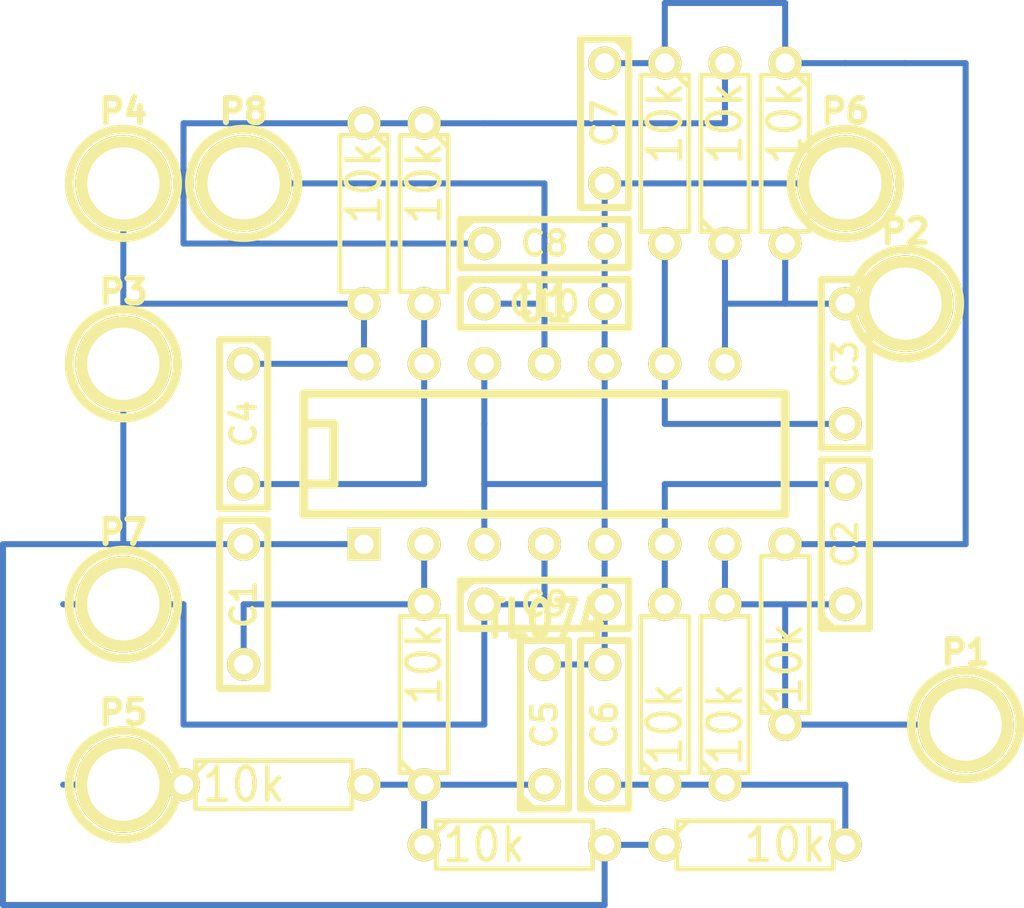
<source format=kicad_pcb>
(kicad_pcb (version 3) (host pcbnew "(2013-07-07 BZR 4022)-stable")

  (general
    (links 50)
    (no_connects 2)
    (area 0 0 0 0)
    (thickness 1.6)
    (drawings 0)
    (tracks 87)
    (zones 0)
    (modules 31)
    (nets 17)
  )

  (page A3)
  (layers
    (15 F.Cu signal)
    (0 B.Cu signal)
    (16 B.Adhes user)
    (17 F.Adhes user)
    (18 B.Paste user)
    (19 F.Paste user)
    (20 B.SilkS user)
    (21 F.SilkS user)
    (22 B.Mask user)
    (23 F.Mask user)
    (24 Dwgs.User user)
    (25 Cmts.User user)
    (26 Eco1.User user)
    (27 Eco2.User user)
    (28 Edge.Cuts user)
  )

  (setup
    (last_trace_width 0.254)
    (trace_clearance 0.254)
    (zone_clearance 0.508)
    (zone_45_only no)
    (trace_min 0.254)
    (segment_width 0.2)
    (edge_width 0.15)
    (via_size 0.889)
    (via_drill 0.635)
    (via_min_size 0.889)
    (via_min_drill 0.508)
    (uvia_size 0.508)
    (uvia_drill 0.127)
    (uvias_allowed no)
    (uvia_min_size 0.508)
    (uvia_min_drill 0.127)
    (pcb_text_width 0.3)
    (pcb_text_size 1.5 1.5)
    (mod_edge_width 0.15)
    (mod_text_size 1.5 1.5)
    (mod_text_width 0.15)
    (pad_size 1.524 1.524)
    (pad_drill 0.762)
    (pad_to_mask_clearance 0.2)
    (aux_axis_origin 0 0)
    (visible_elements FFFFFFBF)
    (pcbplotparams
      (layerselection 3178497)
      (usegerberextensions true)
      (excludeedgelayer true)
      (linewidth 0.100000)
      (plotframeref false)
      (viasonmask false)
      (mode 1)
      (useauxorigin false)
      (hpglpennumber 1)
      (hpglpenspeed 20)
      (hpglpendiameter 15)
      (hpglpenoverlay 2)
      (psnegative false)
      (psa4output false)
      (plotreference true)
      (plotvalue true)
      (plotothertext true)
      (plotinvisibletext false)
      (padsonsilk false)
      (subtractmaskfromsilk false)
      (outputformat 1)
      (mirror false)
      (drillshape 1)
      (scaleselection 1)
      (outputdirectory ""))
  )

  (net 0 "")
  (net 1 AGND)
  (net 2 N-000001)
  (net 3 N-0000010)
  (net 4 N-0000011)
  (net 5 N-0000012)
  (net 6 N-0000013)
  (net 7 N-0000014)
  (net 8 N-000002)
  (net 9 N-000003)
  (net 10 N-000005)
  (net 11 N-000006)
  (net 12 N-000007)
  (net 13 N-000008)
  (net 14 N-000009)
  (net 15 VCC)
  (net 16 VSS)

  (net_class Default "This is the default net class."
    (clearance 0.254)
    (trace_width 0.254)
    (via_dia 0.889)
    (via_drill 0.635)
    (uvia_dia 0.508)
    (uvia_drill 0.127)
    (add_net "")
    (add_net AGND)
    (add_net N-000001)
    (add_net N-0000010)
    (add_net N-0000011)
    (add_net N-0000012)
    (add_net N-0000013)
    (add_net N-0000014)
    (add_net N-000002)
    (add_net N-000003)
    (add_net N-000005)
    (add_net N-000006)
    (add_net N-000007)
    (add_net N-000008)
    (add_net N-000009)
    (add_net VCC)
    (add_net VSS)
  )

  (module tl074 (layer F.Cu) (tedit 5318E8A9) (tstamp 5318EB02)
    (at 55.88 50.8)
    (descr "14 pins DIL package, round pads")
    (tags DIL)
    (path /5316679D)
    (fp_text reference U1 (at 7.62 -10.16) (layer F.SilkS)
      (effects (font (size 1.524 1.143) (thickness 0.3048)))
    )
    (fp_text value TL074 (at 7.62 3.175) (layer F.SilkS)
      (effects (font (size 1.524 1.143) (thickness 0.3048)))
    )
    (fp_line (start -2.54 -6.35) (end 17.78 -6.35) (layer F.SilkS) (width 0.381))
    (fp_line (start 17.78 -1.27) (end -2.54 -1.27) (layer F.SilkS) (width 0.381))
    (fp_line (start -2.54 -1.27) (end -2.54 -6.35) (layer F.SilkS) (width 0.381))
    (fp_line (start -2.54 -5.08) (end -1.27 -5.08) (layer F.SilkS) (width 0.381))
    (fp_line (start -1.27 -5.08) (end -1.27 -2.54) (layer F.SilkS) (width 0.381))
    (fp_line (start -1.27 -2.54) (end -2.54 -2.54) (layer F.SilkS) (width 0.381))
    (fp_line (start 17.78 -6.35) (end 17.78 -1.27) (layer F.SilkS) (width 0.381))
    (pad 1 thru_hole rect (at 0 0) (size 1.397 1.397) (drill 0.8128)
      (layers *.Cu *.Mask F.SilkS)
      (net 11 N-000006)
    )
    (pad 2 thru_hole circle (at 2.54 0) (size 1.397 1.397) (drill 0.8128)
      (layers *.Cu *.Mask F.SilkS)
      (net 2 N-000001)
    )
    (pad 3 thru_hole circle (at 5.08 0) (size 1.397 1.397) (drill 0.8128)
      (layers *.Cu *.Mask F.SilkS)
      (net 1 AGND)
    )
    (pad 4 thru_hole circle (at 7.62 0) (size 1.397 1.397) (drill 0.8128)
      (layers *.Cu *.Mask F.SilkS)
      (net 15 VCC)
    )
    (pad 5 thru_hole circle (at 10.16 0) (size 1.397 1.397) (drill 0.8128)
      (layers *.Cu *.Mask F.SilkS)
      (net 1 AGND)
    )
    (pad 6 thru_hole circle (at 12.7 0) (size 1.397 1.397) (drill 0.8128)
      (layers *.Cu *.Mask F.SilkS)
      (net 8 N-000002)
    )
    (pad 7 thru_hole circle (at 15.24 0) (size 1.397 1.397) (drill 0.8128)
      (layers *.Cu *.Mask F.SilkS)
      (net 10 N-000005)
    )
    (pad 8 thru_hole circle (at 15.24 -7.62) (size 1.397 1.397) (drill 0.8128)
      (layers *.Cu *.Mask F.SilkS)
      (net 12 N-000007)
    )
    (pad 9 thru_hole circle (at 12.7 -7.62) (size 1.397 1.397) (drill 0.8128)
      (layers *.Cu *.Mask F.SilkS)
      (net 13 N-000008)
    )
    (pad 10 thru_hole circle (at 10.16 -7.62) (size 1.397 1.397) (drill 0.8128)
      (layers *.Cu *.Mask F.SilkS)
      (net 1 AGND)
    )
    (pad 11 thru_hole circle (at 7.62 -7.62) (size 1.397 1.397) (drill 0.8128)
      (layers *.Cu *.Mask F.SilkS)
      (net 16 VSS)
    )
    (pad 12 thru_hole circle (at 5.08 -7.62) (size 1.397 1.397) (drill 0.8128)
      (layers *.Cu *.Mask F.SilkS)
      (net 1 AGND)
    )
    (pad 13 thru_hole circle (at 2.54 -7.62) (size 1.397 1.397) (drill 0.8128)
      (layers *.Cu *.Mask F.SilkS)
      (net 9 N-000003)
    )
    (pad 14 thru_hole circle (at 0 -7.62) (size 1.397 1.397) (drill 0.8128)
      (layers *.Cu *.Mask F.SilkS)
      (net 7 N-0000014)
    )
    (model dil/dil_14.wrl
      (at (xyz 0 0 0))
      (scale (xyz 1 1 1))
      (rotate (xyz 0 0 0))
    )
  )

  (module R3_orientado (layer F.Cu) (tedit 5318EB19) (tstamp 5318EC53)
    (at 58.42 60.96 90)
    (descr "Resitance 3 pas")
    (tags R)
    (path /53026A0B)
    (autoplace_cost180 10)
    (fp_text reference R5 (at 5.08 0 90) (layer F.SilkS) hide
      (effects (font (size 1.397 1.27) (thickness 0.2032)))
    )
    (fp_text value 10k (at 5.08 0 90) (layer F.SilkS)
      (effects (font (size 1.397 1.27) (thickness 0.2032)))
    )
    (fp_line (start 0 0) (end 0.508 0) (layer F.SilkS) (width 0.2032))
    (fp_line (start 7.62 0) (end 7.112 0) (layer F.SilkS) (width 0.2032))
    (fp_line (start 7.112 0) (end 7.112 -1.016) (layer F.SilkS) (width 0.2032))
    (fp_line (start 7.112 -1.016) (end 0.508 -1.016) (layer F.SilkS) (width 0.2032))
    (fp_line (start 0.508 -1.016) (end 0.508 1.016) (layer F.SilkS) (width 0.2032))
    (fp_line (start 0.508 1.016) (end 7.112 1.016) (layer F.SilkS) (width 0.2032))
    (fp_line (start 7.112 1.016) (end 7.112 0) (layer F.SilkS) (width 0.2032))
    (fp_line (start 0.508 -0.508) (end 1.016 -1.016) (layer F.SilkS) (width 0.2032))
    (pad 1 thru_hole circle (at 0 0 90) (size 1.397 1.397) (drill 0.8128)
      (layers *.Cu *.Mask F.SilkS)
      (net 4 N-0000011)
    )
    (pad 2 thru_hole circle (at 7.62 0 90) (size 1.397 1.397) (drill 0.8128)
      (layers *.Cu *.Mask F.SilkS)
      (net 2 N-000001)
    )
    (model discret/resistor.wrl
      (at (xyz 0 0 0))
      (scale (xyz 0.3 0.3 0.3))
      (rotate (xyz 0 0 0))
    )
  )

  (module R3_orientado (layer F.Cu) (tedit 5318E953) (tstamp 5318EC61)
    (at 48.26 60.96)
    (descr "Resitance 3 pas")
    (tags R)
    (path /53026A05)
    (autoplace_cost180 10)
    (fp_text reference R4 (at 5.08 0) (layer F.SilkS) hide
      (effects (font (size 1.397 1.27) (thickness 0.2032)))
    )
    (fp_text value 10k (at 2.54 0) (layer F.SilkS)
      (effects (font (size 1.397 1.27) (thickness 0.2032)))
    )
    (fp_line (start 0 0) (end 0.508 0) (layer F.SilkS) (width 0.2032))
    (fp_line (start 7.62 0) (end 7.112 0) (layer F.SilkS) (width 0.2032))
    (fp_line (start 7.112 0) (end 7.112 -1.016) (layer F.SilkS) (width 0.2032))
    (fp_line (start 7.112 -1.016) (end 0.508 -1.016) (layer F.SilkS) (width 0.2032))
    (fp_line (start 0.508 -1.016) (end 0.508 1.016) (layer F.SilkS) (width 0.2032))
    (fp_line (start 0.508 1.016) (end 7.112 1.016) (layer F.SilkS) (width 0.2032))
    (fp_line (start 7.112 1.016) (end 7.112 0) (layer F.SilkS) (width 0.2032))
    (fp_line (start 0.508 -0.508) (end 1.016 -1.016) (layer F.SilkS) (width 0.2032))
    (pad 1 thru_hole circle (at 0 0) (size 1.397 1.397) (drill 0.8128)
      (layers *.Cu *.Mask F.SilkS)
      (net 6 N-0000013)
    )
    (pad 2 thru_hole circle (at 7.62 0) (size 1.397 1.397) (drill 0.8128)
      (layers *.Cu *.Mask F.SilkS)
      (net 4 N-0000011)
    )
    (model discret/resistor.wrl
      (at (xyz 0 0 0))
      (scale (xyz 0.3 0.3 0.3))
      (rotate (xyz 0 0 0))
    )
  )

  (module R3_orientado (layer F.Cu) (tedit 5318EA14) (tstamp 5318EC6F)
    (at 58.42 63.5)
    (descr "Resitance 3 pas")
    (tags R)
    (path /53026A24)
    (autoplace_cost180 10)
    (fp_text reference R1 (at 5.08 0) (layer F.SilkS) hide
      (effects (font (size 1.397 1.27) (thickness 0.2032)))
    )
    (fp_text value 10k (at 2.54 0) (layer F.SilkS)
      (effects (font (size 1.397 1.27) (thickness 0.2032)))
    )
    (fp_line (start 0 0) (end 0.508 0) (layer F.SilkS) (width 0.2032))
    (fp_line (start 7.62 0) (end 7.112 0) (layer F.SilkS) (width 0.2032))
    (fp_line (start 7.112 0) (end 7.112 -1.016) (layer F.SilkS) (width 0.2032))
    (fp_line (start 7.112 -1.016) (end 0.508 -1.016) (layer F.SilkS) (width 0.2032))
    (fp_line (start 0.508 -1.016) (end 0.508 1.016) (layer F.SilkS) (width 0.2032))
    (fp_line (start 0.508 1.016) (end 7.112 1.016) (layer F.SilkS) (width 0.2032))
    (fp_line (start 7.112 1.016) (end 7.112 0) (layer F.SilkS) (width 0.2032))
    (fp_line (start 0.508 -0.508) (end 1.016 -1.016) (layer F.SilkS) (width 0.2032))
    (pad 1 thru_hole circle (at 0 0) (size 1.397 1.397) (drill 0.8128)
      (layers *.Cu *.Mask F.SilkS)
      (net 4 N-0000011)
    )
    (pad 2 thru_hole circle (at 7.62 0) (size 1.397 1.397) (drill 0.8128)
      (layers *.Cu *.Mask F.SilkS)
      (net 11 N-000006)
    )
    (model discret/resistor.wrl
      (at (xyz 0 0 0))
      (scale (xyz 0.3 0.3 0.3))
      (rotate (xyz 0 0 0))
    )
  )

  (module R3_orientado (layer F.Cu) (tedit 5318EA0C) (tstamp 5318EC7D)
    (at 68.58 63.5)
    (descr "Resitance 3 pas")
    (tags R)
    (path /53096FDC)
    (autoplace_cost180 10)
    (fp_text reference R10 (at 5.08 0) (layer F.SilkS) hide
      (effects (font (size 1.397 1.27) (thickness 0.2032)))
    )
    (fp_text value 10k (at 5.08 0) (layer F.SilkS)
      (effects (font (size 1.397 1.27) (thickness 0.2032)))
    )
    (fp_line (start 0 0) (end 0.508 0) (layer F.SilkS) (width 0.2032))
    (fp_line (start 7.62 0) (end 7.112 0) (layer F.SilkS) (width 0.2032))
    (fp_line (start 7.112 0) (end 7.112 -1.016) (layer F.SilkS) (width 0.2032))
    (fp_line (start 7.112 -1.016) (end 0.508 -1.016) (layer F.SilkS) (width 0.2032))
    (fp_line (start 0.508 -1.016) (end 0.508 1.016) (layer F.SilkS) (width 0.2032))
    (fp_line (start 0.508 1.016) (end 7.112 1.016) (layer F.SilkS) (width 0.2032))
    (fp_line (start 7.112 1.016) (end 7.112 0) (layer F.SilkS) (width 0.2032))
    (fp_line (start 0.508 -0.508) (end 1.016 -1.016) (layer F.SilkS) (width 0.2032))
    (pad 1 thru_hole circle (at 0 0) (size 1.397 1.397) (drill 0.8128)
      (layers *.Cu *.Mask F.SilkS)
      (net 11 N-000006)
    )
    (pad 2 thru_hole circle (at 7.62 0) (size 1.397 1.397) (drill 0.8128)
      (layers *.Cu *.Mask F.SilkS)
      (net 5 N-0000012)
    )
    (model discret/resistor.wrl
      (at (xyz 0 0 0))
      (scale (xyz 0.3 0.3 0.3))
      (rotate (xyz 0 0 0))
    )
  )

  (module R3_orientado (layer F.Cu) (tedit 5318E953) (tstamp 5318EC8B)
    (at 71.12 60.96 90)
    (descr "Resitance 3 pas")
    (tags R)
    (path /53096FF4)
    (autoplace_cost180 10)
    (fp_text reference R2 (at 5.08 0 90) (layer F.SilkS) hide
      (effects (font (size 1.397 1.27) (thickness 0.2032)))
    )
    (fp_text value 10k (at 2.54 0 90) (layer F.SilkS)
      (effects (font (size 1.397 1.27) (thickness 0.2032)))
    )
    (fp_line (start 0 0) (end 0.508 0) (layer F.SilkS) (width 0.2032))
    (fp_line (start 7.62 0) (end 7.112 0) (layer F.SilkS) (width 0.2032))
    (fp_line (start 7.112 0) (end 7.112 -1.016) (layer F.SilkS) (width 0.2032))
    (fp_line (start 7.112 -1.016) (end 0.508 -1.016) (layer F.SilkS) (width 0.2032))
    (fp_line (start 0.508 -1.016) (end 0.508 1.016) (layer F.SilkS) (width 0.2032))
    (fp_line (start 0.508 1.016) (end 7.112 1.016) (layer F.SilkS) (width 0.2032))
    (fp_line (start 7.112 1.016) (end 7.112 0) (layer F.SilkS) (width 0.2032))
    (fp_line (start 0.508 -0.508) (end 1.016 -1.016) (layer F.SilkS) (width 0.2032))
    (pad 1 thru_hole circle (at 0 0 90) (size 1.397 1.397) (drill 0.8128)
      (layers *.Cu *.Mask F.SilkS)
      (net 5 N-0000012)
    )
    (pad 2 thru_hole circle (at 7.62 0 90) (size 1.397 1.397) (drill 0.8128)
      (layers *.Cu *.Mask F.SilkS)
      (net 10 N-000005)
    )
    (model discret/resistor.wrl
      (at (xyz 0 0 0))
      (scale (xyz 0.3 0.3 0.3))
      (rotate (xyz 0 0 0))
    )
  )

  (module R3_orientado (layer F.Cu) (tedit 5318E953) (tstamp 5318EC99)
    (at 68.58 60.96 90)
    (descr "Resitance 3 pas")
    (tags R)
    (path /53166DF4)
    (autoplace_cost180 10)
    (fp_text reference R7 (at 5.08 0 90) (layer F.SilkS) hide
      (effects (font (size 1.397 1.27) (thickness 0.2032)))
    )
    (fp_text value 10k (at 2.54 0 90) (layer F.SilkS)
      (effects (font (size 1.397 1.27) (thickness 0.2032)))
    )
    (fp_line (start 0 0) (end 0.508 0) (layer F.SilkS) (width 0.2032))
    (fp_line (start 7.62 0) (end 7.112 0) (layer F.SilkS) (width 0.2032))
    (fp_line (start 7.112 0) (end 7.112 -1.016) (layer F.SilkS) (width 0.2032))
    (fp_line (start 7.112 -1.016) (end 0.508 -1.016) (layer F.SilkS) (width 0.2032))
    (fp_line (start 0.508 -1.016) (end 0.508 1.016) (layer F.SilkS) (width 0.2032))
    (fp_line (start 0.508 1.016) (end 7.112 1.016) (layer F.SilkS) (width 0.2032))
    (fp_line (start 7.112 1.016) (end 7.112 0) (layer F.SilkS) (width 0.2032))
    (fp_line (start 0.508 -0.508) (end 1.016 -1.016) (layer F.SilkS) (width 0.2032))
    (pad 1 thru_hole circle (at 0 0 90) (size 1.397 1.397) (drill 0.8128)
      (layers *.Cu *.Mask F.SilkS)
      (net 5 N-0000012)
    )
    (pad 2 thru_hole circle (at 7.62 0 90) (size 1.397 1.397) (drill 0.8128)
      (layers *.Cu *.Mask F.SilkS)
      (net 8 N-000002)
    )
    (model discret/resistor.wrl
      (at (xyz 0 0 0))
      (scale (xyz 0.3 0.3 0.3))
      (rotate (xyz 0 0 0))
    )
  )

  (module R3_orientado (layer F.Cu) (tedit 5318EAC9) (tstamp 5318ECA7)
    (at 73.66 58.42 90)
    (descr "Resitance 3 pas")
    (tags R)
    (path /530A9496)
    (autoplace_cost180 10)
    (fp_text reference R11 (at 5.08 0 90) (layer F.SilkS) hide
      (effects (font (size 1.397 1.27) (thickness 0.2032)))
    )
    (fp_text value 10k (at 2.54 0 90) (layer F.SilkS)
      (effects (font (size 1.397 1.27) (thickness 0.2032)))
    )
    (fp_line (start 0 0) (end 0.508 0) (layer F.SilkS) (width 0.2032))
    (fp_line (start 7.62 0) (end 7.112 0) (layer F.SilkS) (width 0.2032))
    (fp_line (start 7.112 0) (end 7.112 -1.016) (layer F.SilkS) (width 0.2032))
    (fp_line (start 7.112 -1.016) (end 0.508 -1.016) (layer F.SilkS) (width 0.2032))
    (fp_line (start 0.508 -1.016) (end 0.508 1.016) (layer F.SilkS) (width 0.2032))
    (fp_line (start 0.508 1.016) (end 7.112 1.016) (layer F.SilkS) (width 0.2032))
    (fp_line (start 7.112 1.016) (end 7.112 0) (layer F.SilkS) (width 0.2032))
    (fp_line (start 0.508 -0.508) (end 1.016 -1.016) (layer F.SilkS) (width 0.2032))
    (pad 1 thru_hole circle (at 0 0 90) (size 1.397 1.397) (drill 0.8128)
      (layers *.Cu *.Mask F.SilkS)
      (net 10 N-000005)
    )
    (pad 2 thru_hole circle (at 7.62 0 90) (size 1.397 1.397) (drill 0.8128)
      (layers *.Cu *.Mask F.SilkS)
      (net 14 N-000009)
    )
    (model discret/resistor.wrl
      (at (xyz 0 0 0))
      (scale (xyz 0.3 0.3 0.3))
      (rotate (xyz 0 0 0))
    )
  )

  (module R3_orientado (layer F.Cu) (tedit 5318E953) (tstamp 5318ECB5)
    (at 68.58 30.48 270)
    (descr "Resitance 3 pas")
    (tags R)
    (path /530A949C)
    (autoplace_cost180 10)
    (fp_text reference R8 (at 5.08 0 270) (layer F.SilkS) hide
      (effects (font (size 1.397 1.27) (thickness 0.2032)))
    )
    (fp_text value 10k (at 2.54 0 270) (layer F.SilkS)
      (effects (font (size 1.397 1.27) (thickness 0.2032)))
    )
    (fp_line (start 0 0) (end 0.508 0) (layer F.SilkS) (width 0.2032))
    (fp_line (start 7.62 0) (end 7.112 0) (layer F.SilkS) (width 0.2032))
    (fp_line (start 7.112 0) (end 7.112 -1.016) (layer F.SilkS) (width 0.2032))
    (fp_line (start 7.112 -1.016) (end 0.508 -1.016) (layer F.SilkS) (width 0.2032))
    (fp_line (start 0.508 -1.016) (end 0.508 1.016) (layer F.SilkS) (width 0.2032))
    (fp_line (start 0.508 1.016) (end 7.112 1.016) (layer F.SilkS) (width 0.2032))
    (fp_line (start 7.112 1.016) (end 7.112 0) (layer F.SilkS) (width 0.2032))
    (fp_line (start 0.508 -0.508) (end 1.016 -1.016) (layer F.SilkS) (width 0.2032))
    (pad 1 thru_hole circle (at 0 0 270) (size 1.397 1.397) (drill 0.8128)
      (layers *.Cu *.Mask F.SilkS)
      (net 14 N-000009)
    )
    (pad 2 thru_hole circle (at 7.62 0 270) (size 1.397 1.397) (drill 0.8128)
      (layers *.Cu *.Mask F.SilkS)
      (net 13 N-000008)
    )
    (model discret/resistor.wrl
      (at (xyz 0 0 0))
      (scale (xyz 0.3 0.3 0.3))
      (rotate (xyz 0 0 0))
    )
  )

  (module R3_orientado (layer F.Cu) (tedit 5318E953) (tstamp 5318ECC3)
    (at 55.88 33.02 270)
    (descr "Resitance 3 pas")
    (tags R)
    (path /530A9798)
    (autoplace_cost180 10)
    (fp_text reference R6 (at 5.08 0 270) (layer F.SilkS) hide
      (effects (font (size 1.397 1.27) (thickness 0.2032)))
    )
    (fp_text value 10k (at 2.54 0 270) (layer F.SilkS)
      (effects (font (size 1.397 1.27) (thickness 0.2032)))
    )
    (fp_line (start 0 0) (end 0.508 0) (layer F.SilkS) (width 0.2032))
    (fp_line (start 7.62 0) (end 7.112 0) (layer F.SilkS) (width 0.2032))
    (fp_line (start 7.112 0) (end 7.112 -1.016) (layer F.SilkS) (width 0.2032))
    (fp_line (start 7.112 -1.016) (end 0.508 -1.016) (layer F.SilkS) (width 0.2032))
    (fp_line (start 0.508 -1.016) (end 0.508 1.016) (layer F.SilkS) (width 0.2032))
    (fp_line (start 0.508 1.016) (end 7.112 1.016) (layer F.SilkS) (width 0.2032))
    (fp_line (start 7.112 1.016) (end 7.112 0) (layer F.SilkS) (width 0.2032))
    (fp_line (start 0.508 -0.508) (end 1.016 -1.016) (layer F.SilkS) (width 0.2032))
    (pad 1 thru_hole circle (at 0 0 270) (size 1.397 1.397) (drill 0.8128)
      (layers *.Cu *.Mask F.SilkS)
      (net 3 N-0000010)
    )
    (pad 2 thru_hole circle (at 7.62 0 270) (size 1.397 1.397) (drill 0.8128)
      (layers *.Cu *.Mask F.SilkS)
      (net 7 N-0000014)
    )
    (model discret/resistor.wrl
      (at (xyz 0 0 0))
      (scale (xyz 0.3 0.3 0.3))
      (rotate (xyz 0 0 0))
    )
  )

  (module R3_orientado (layer F.Cu) (tedit 5318EA8F) (tstamp 5318ECD1)
    (at 73.66 30.48 270)
    (descr "Resitance 3 pas")
    (tags R)
    (path /530A94AE)
    (autoplace_cost180 10)
    (fp_text reference R3 (at 5.08 0 270) (layer F.SilkS) hide
      (effects (font (size 1.397 1.27) (thickness 0.2032)))
    )
    (fp_text value 10k (at 2.54 0 270) (layer F.SilkS)
      (effects (font (size 1.397 1.27) (thickness 0.2032)))
    )
    (fp_line (start 0 0) (end 0.508 0) (layer F.SilkS) (width 0.2032))
    (fp_line (start 7.62 0) (end 7.112 0) (layer F.SilkS) (width 0.2032))
    (fp_line (start 7.112 0) (end 7.112 -1.016) (layer F.SilkS) (width 0.2032))
    (fp_line (start 7.112 -1.016) (end 0.508 -1.016) (layer F.SilkS) (width 0.2032))
    (fp_line (start 0.508 -1.016) (end 0.508 1.016) (layer F.SilkS) (width 0.2032))
    (fp_line (start 0.508 1.016) (end 7.112 1.016) (layer F.SilkS) (width 0.2032))
    (fp_line (start 7.112 1.016) (end 7.112 0) (layer F.SilkS) (width 0.2032))
    (fp_line (start 0.508 -0.508) (end 1.016 -1.016) (layer F.SilkS) (width 0.2032))
    (pad 1 thru_hole circle (at 0 0 270) (size 1.397 1.397) (drill 0.8128)
      (layers *.Cu *.Mask F.SilkS)
      (net 14 N-000009)
    )
    (pad 2 thru_hole circle (at 7.62 0 270) (size 1.397 1.397) (drill 0.8128)
      (layers *.Cu *.Mask F.SilkS)
      (net 12 N-000007)
    )
    (model discret/resistor.wrl
      (at (xyz 0 0 0))
      (scale (xyz 0.3 0.3 0.3))
      (rotate (xyz 0 0 0))
    )
  )

  (module R3_orientado (layer F.Cu) (tedit 5318EA94) (tstamp 5318ECDF)
    (at 71.12 38.1 90)
    (descr "Resitance 3 pas")
    (tags R)
    (path /530A9780)
    (autoplace_cost180 10)
    (fp_text reference R12 (at 5.08 0 90) (layer F.SilkS) hide
      (effects (font (size 1.397 1.27) (thickness 0.2032)))
    )
    (fp_text value 10k (at 5.08 0 90) (layer F.SilkS)
      (effects (font (size 1.397 1.27) (thickness 0.2032)))
    )
    (fp_line (start 0 0) (end 0.508 0) (layer F.SilkS) (width 0.2032))
    (fp_line (start 7.62 0) (end 7.112 0) (layer F.SilkS) (width 0.2032))
    (fp_line (start 7.112 0) (end 7.112 -1.016) (layer F.SilkS) (width 0.2032))
    (fp_line (start 7.112 -1.016) (end 0.508 -1.016) (layer F.SilkS) (width 0.2032))
    (fp_line (start 0.508 -1.016) (end 0.508 1.016) (layer F.SilkS) (width 0.2032))
    (fp_line (start 0.508 1.016) (end 7.112 1.016) (layer F.SilkS) (width 0.2032))
    (fp_line (start 7.112 1.016) (end 7.112 0) (layer F.SilkS) (width 0.2032))
    (fp_line (start 0.508 -0.508) (end 1.016 -1.016) (layer F.SilkS) (width 0.2032))
    (pad 1 thru_hole circle (at 0 0 90) (size 1.397 1.397) (drill 0.8128)
      (layers *.Cu *.Mask F.SilkS)
      (net 12 N-000007)
    )
    (pad 2 thru_hole circle (at 7.62 0 90) (size 1.397 1.397) (drill 0.8128)
      (layers *.Cu *.Mask F.SilkS)
      (net 3 N-0000010)
    )
    (model discret/resistor.wrl
      (at (xyz 0 0 0))
      (scale (xyz 0.3 0.3 0.3))
      (rotate (xyz 0 0 0))
    )
  )

  (module R3_orientado (layer F.Cu) (tedit 5318E953) (tstamp 5318ECED)
    (at 58.42 33.02 270)
    (descr "Resitance 3 pas")
    (tags R)
    (path /530A9786)
    (autoplace_cost180 10)
    (fp_text reference R9 (at 5.08 0 270) (layer F.SilkS) hide
      (effects (font (size 1.397 1.27) (thickness 0.2032)))
    )
    (fp_text value 10k (at 2.54 0 270) (layer F.SilkS)
      (effects (font (size 1.397 1.27) (thickness 0.2032)))
    )
    (fp_line (start 0 0) (end 0.508 0) (layer F.SilkS) (width 0.2032))
    (fp_line (start 7.62 0) (end 7.112 0) (layer F.SilkS) (width 0.2032))
    (fp_line (start 7.112 0) (end 7.112 -1.016) (layer F.SilkS) (width 0.2032))
    (fp_line (start 7.112 -1.016) (end 0.508 -1.016) (layer F.SilkS) (width 0.2032))
    (fp_line (start 0.508 -1.016) (end 0.508 1.016) (layer F.SilkS) (width 0.2032))
    (fp_line (start 0.508 1.016) (end 7.112 1.016) (layer F.SilkS) (width 0.2032))
    (fp_line (start 7.112 1.016) (end 7.112 0) (layer F.SilkS) (width 0.2032))
    (fp_line (start 0.508 -0.508) (end 1.016 -1.016) (layer F.SilkS) (width 0.2032))
    (pad 1 thru_hole circle (at 0 0 270) (size 1.397 1.397) (drill 0.8128)
      (layers *.Cu *.Mask F.SilkS)
      (net 3 N-0000010)
    )
    (pad 2 thru_hole circle (at 7.62 0 270) (size 1.397 1.397) (drill 0.8128)
      (layers *.Cu *.Mask F.SilkS)
      (net 9 N-000003)
    )
    (model discret/resistor.wrl
      (at (xyz 0 0 0))
      (scale (xyz 0.3 0.3 0.3))
      (rotate (xyz 0 0 0))
    )
  )

  (module C2 (layer F.Cu) (tedit 200000) (tstamp 5318ECF8)
    (at 63.5 40.64)
    (descr "Condensateur = 2 pas")
    (tags C)
    (path /5318AF75)
    (fp_text reference C10 (at 0 0) (layer F.SilkS)
      (effects (font (size 1.016 1.016) (thickness 0.2032)))
    )
    (fp_text value 0.1uF (at 0 0) (layer F.SilkS) hide
      (effects (font (size 1.016 1.016) (thickness 0.2032)))
    )
    (fp_line (start -3.556 -1.016) (end 3.556 -1.016) (layer F.SilkS) (width 0.3048))
    (fp_line (start 3.556 -1.016) (end 3.556 1.016) (layer F.SilkS) (width 0.3048))
    (fp_line (start 3.556 1.016) (end -3.556 1.016) (layer F.SilkS) (width 0.3048))
    (fp_line (start -3.556 1.016) (end -3.556 -1.016) (layer F.SilkS) (width 0.3048))
    (fp_line (start -3.556 -0.508) (end -3.048 -1.016) (layer F.SilkS) (width 0.3048))
    (pad 1 thru_hole circle (at -2.54 0) (size 1.397 1.397) (drill 0.8128)
      (layers *.Cu *.Mask F.SilkS)
      (net 16 VSS)
    )
    (pad 2 thru_hole circle (at 2.54 0) (size 1.397 1.397) (drill 0.8128)
      (layers *.Cu *.Mask F.SilkS)
      (net 1 AGND)
    )
    (model discret/capa_2pas_5x5mm.wrl
      (at (xyz 0 0 0))
      (scale (xyz 1 1 1))
      (rotate (xyz 0 0 0))
    )
  )

  (module C2 (layer F.Cu) (tedit 200000) (tstamp 5318ED03)
    (at 63.5 53.34)
    (descr "Condensateur = 2 pas")
    (tags C)
    (path /5318AF6F)
    (fp_text reference C9 (at 0 0) (layer F.SilkS)
      (effects (font (size 1.016 1.016) (thickness 0.2032)))
    )
    (fp_text value 0.1uF (at 0 0) (layer F.SilkS) hide
      (effects (font (size 1.016 1.016) (thickness 0.2032)))
    )
    (fp_line (start -3.556 -1.016) (end 3.556 -1.016) (layer F.SilkS) (width 0.3048))
    (fp_line (start 3.556 -1.016) (end 3.556 1.016) (layer F.SilkS) (width 0.3048))
    (fp_line (start 3.556 1.016) (end -3.556 1.016) (layer F.SilkS) (width 0.3048))
    (fp_line (start -3.556 1.016) (end -3.556 -1.016) (layer F.SilkS) (width 0.3048))
    (fp_line (start -3.556 -0.508) (end -3.048 -1.016) (layer F.SilkS) (width 0.3048))
    (pad 1 thru_hole circle (at -2.54 0) (size 1.397 1.397) (drill 0.8128)
      (layers *.Cu *.Mask F.SilkS)
      (net 15 VCC)
    )
    (pad 2 thru_hole circle (at 2.54 0) (size 1.397 1.397) (drill 0.8128)
      (layers *.Cu *.Mask F.SilkS)
      (net 1 AGND)
    )
    (model discret/capa_2pas_5x5mm.wrl
      (at (xyz 0 0 0))
      (scale (xyz 1 1 1))
      (rotate (xyz 0 0 0))
    )
  )

  (module C2 (layer F.Cu) (tedit 200000) (tstamp 5318ED0E)
    (at 76.2 50.8 90)
    (descr "Condensateur = 2 pas")
    (tags C)
    (path /53096FEE)
    (fp_text reference C2 (at 0 0 90) (layer F.SilkS)
      (effects (font (size 1.016 1.016) (thickness 0.2032)))
    )
    (fp_text value 360pF (at 0 0 90) (layer F.SilkS) hide
      (effects (font (size 1.016 1.016) (thickness 0.2032)))
    )
    (fp_line (start -3.556 -1.016) (end 3.556 -1.016) (layer F.SilkS) (width 0.3048))
    (fp_line (start 3.556 -1.016) (end 3.556 1.016) (layer F.SilkS) (width 0.3048))
    (fp_line (start 3.556 1.016) (end -3.556 1.016) (layer F.SilkS) (width 0.3048))
    (fp_line (start -3.556 1.016) (end -3.556 -1.016) (layer F.SilkS) (width 0.3048))
    (fp_line (start -3.556 -0.508) (end -3.048 -1.016) (layer F.SilkS) (width 0.3048))
    (pad 1 thru_hole circle (at -2.54 0 90) (size 1.397 1.397) (drill 0.8128)
      (layers *.Cu *.Mask F.SilkS)
      (net 10 N-000005)
    )
    (pad 2 thru_hole circle (at 2.54 0 90) (size 1.397 1.397) (drill 0.8128)
      (layers *.Cu *.Mask F.SilkS)
      (net 8 N-000002)
    )
    (model discret/capa_2pas_5x5mm.wrl
      (at (xyz 0 0 0))
      (scale (xyz 1 1 1))
      (rotate (xyz 0 0 0))
    )
  )

  (module C2 (layer F.Cu) (tedit 200000) (tstamp 5318ED19)
    (at 50.8 45.72 270)
    (descr "Condensateur = 2 pas")
    (tags C)
    (path /530A9792)
    (fp_text reference C4 (at 0 0 270) (layer F.SilkS)
      (effects (font (size 1.016 1.016) (thickness 0.2032)))
    )
    (fp_text value 82pF (at 0 0 270) (layer F.SilkS) hide
      (effects (font (size 1.016 1.016) (thickness 0.2032)))
    )
    (fp_line (start -3.556 -1.016) (end 3.556 -1.016) (layer F.SilkS) (width 0.3048))
    (fp_line (start 3.556 -1.016) (end 3.556 1.016) (layer F.SilkS) (width 0.3048))
    (fp_line (start 3.556 1.016) (end -3.556 1.016) (layer F.SilkS) (width 0.3048))
    (fp_line (start -3.556 1.016) (end -3.556 -1.016) (layer F.SilkS) (width 0.3048))
    (fp_line (start -3.556 -0.508) (end -3.048 -1.016) (layer F.SilkS) (width 0.3048))
    (pad 1 thru_hole circle (at -2.54 0 270) (size 1.397 1.397) (drill 0.8128)
      (layers *.Cu *.Mask F.SilkS)
      (net 7 N-0000014)
    )
    (pad 2 thru_hole circle (at 2.54 0 270) (size 1.397 1.397) (drill 0.8128)
      (layers *.Cu *.Mask F.SilkS)
      (net 9 N-000003)
    )
    (model discret/capa_2pas_5x5mm.wrl
      (at (xyz 0 0 0))
      (scale (xyz 1 1 1))
      (rotate (xyz 0 0 0))
    )
  )

  (module C2 (layer F.Cu) (tedit 200000) (tstamp 5318ED24)
    (at 63.5 38.1)
    (descr "Condensateur = 2 pas")
    (tags C)
    (path /530A978C)
    (fp_text reference C8 (at 0 0) (layer F.SilkS)
      (effects (font (size 1.016 1.016) (thickness 0.2032)))
    )
    (fp_text value 4.7nF (at 0 0) (layer F.SilkS) hide
      (effects (font (size 1.016 1.016) (thickness 0.2032)))
    )
    (fp_line (start -3.556 -1.016) (end 3.556 -1.016) (layer F.SilkS) (width 0.3048))
    (fp_line (start 3.556 -1.016) (end 3.556 1.016) (layer F.SilkS) (width 0.3048))
    (fp_line (start 3.556 1.016) (end -3.556 1.016) (layer F.SilkS) (width 0.3048))
    (fp_line (start -3.556 1.016) (end -3.556 -1.016) (layer F.SilkS) (width 0.3048))
    (fp_line (start -3.556 -0.508) (end -3.048 -1.016) (layer F.SilkS) (width 0.3048))
    (pad 1 thru_hole circle (at -2.54 0) (size 1.397 1.397) (drill 0.8128)
      (layers *.Cu *.Mask F.SilkS)
      (net 3 N-0000010)
    )
    (pad 2 thru_hole circle (at 2.54 0) (size 1.397 1.397) (drill 0.8128)
      (layers *.Cu *.Mask F.SilkS)
      (net 1 AGND)
    )
    (model discret/capa_2pas_5x5mm.wrl
      (at (xyz 0 0 0))
      (scale (xyz 1 1 1))
      (rotate (xyz 0 0 0))
    )
  )

  (module C2 (layer F.Cu) (tedit 200000) (tstamp 5318ED2F)
    (at 76.2 43.18 270)
    (descr "Condensateur = 2 pas")
    (tags C)
    (path /530A94A8)
    (fp_text reference C3 (at 0 0 270) (layer F.SilkS)
      (effects (font (size 1.016 1.016) (thickness 0.2032)))
    )
    (fp_text value 240pF (at 0 0 270) (layer F.SilkS) hide
      (effects (font (size 1.016 1.016) (thickness 0.2032)))
    )
    (fp_line (start -3.556 -1.016) (end 3.556 -1.016) (layer F.SilkS) (width 0.3048))
    (fp_line (start 3.556 -1.016) (end 3.556 1.016) (layer F.SilkS) (width 0.3048))
    (fp_line (start 3.556 1.016) (end -3.556 1.016) (layer F.SilkS) (width 0.3048))
    (fp_line (start -3.556 1.016) (end -3.556 -1.016) (layer F.SilkS) (width 0.3048))
    (fp_line (start -3.556 -0.508) (end -3.048 -1.016) (layer F.SilkS) (width 0.3048))
    (pad 1 thru_hole circle (at -2.54 0 270) (size 1.397 1.397) (drill 0.8128)
      (layers *.Cu *.Mask F.SilkS)
      (net 12 N-000007)
    )
    (pad 2 thru_hole circle (at 2.54 0 270) (size 1.397 1.397) (drill 0.8128)
      (layers *.Cu *.Mask F.SilkS)
      (net 13 N-000008)
    )
    (model discret/capa_2pas_5x5mm.wrl
      (at (xyz 0 0 0))
      (scale (xyz 1 1 1))
      (rotate (xyz 0 0 0))
    )
  )

  (module C2 (layer F.Cu) (tedit 200000) (tstamp 5318ED3A)
    (at 66.04 33.02 270)
    (descr "Condensateur = 2 pas")
    (tags C)
    (path /530A94A2)
    (fp_text reference C7 (at 0 0 270) (layer F.SilkS)
      (effects (font (size 1.016 1.016) (thickness 0.2032)))
    )
    (fp_text value 1.8nF (at 0 0 270) (layer F.SilkS) hide
      (effects (font (size 1.016 1.016) (thickness 0.2032)))
    )
    (fp_line (start -3.556 -1.016) (end 3.556 -1.016) (layer F.SilkS) (width 0.3048))
    (fp_line (start 3.556 -1.016) (end 3.556 1.016) (layer F.SilkS) (width 0.3048))
    (fp_line (start 3.556 1.016) (end -3.556 1.016) (layer F.SilkS) (width 0.3048))
    (fp_line (start -3.556 1.016) (end -3.556 -1.016) (layer F.SilkS) (width 0.3048))
    (fp_line (start -3.556 -0.508) (end -3.048 -1.016) (layer F.SilkS) (width 0.3048))
    (pad 1 thru_hole circle (at -2.54 0 270) (size 1.397 1.397) (drill 0.8128)
      (layers *.Cu *.Mask F.SilkS)
      (net 14 N-000009)
    )
    (pad 2 thru_hole circle (at 2.54 0 270) (size 1.397 1.397) (drill 0.8128)
      (layers *.Cu *.Mask F.SilkS)
      (net 1 AGND)
    )
    (model discret/capa_2pas_5x5mm.wrl
      (at (xyz 0 0 0))
      (scale (xyz 1 1 1))
      (rotate (xyz 0 0 0))
    )
  )

  (module C2 (layer F.Cu) (tedit 200000) (tstamp 5318ED45)
    (at 50.8 53.34 270)
    (descr "Condensateur = 2 pas")
    (tags C)
    (path /53097011)
    (fp_text reference C1 (at 0 0 270) (layer F.SilkS)
      (effects (font (size 1.016 1.016) (thickness 0.2032)))
    )
    (fp_text value 430pF (at 0 0 270) (layer F.SilkS) hide
      (effects (font (size 1.016 1.016) (thickness 0.2032)))
    )
    (fp_line (start -3.556 -1.016) (end 3.556 -1.016) (layer F.SilkS) (width 0.3048))
    (fp_line (start 3.556 -1.016) (end 3.556 1.016) (layer F.SilkS) (width 0.3048))
    (fp_line (start 3.556 1.016) (end -3.556 1.016) (layer F.SilkS) (width 0.3048))
    (fp_line (start -3.556 1.016) (end -3.556 -1.016) (layer F.SilkS) (width 0.3048))
    (fp_line (start -3.556 -0.508) (end -3.048 -1.016) (layer F.SilkS) (width 0.3048))
    (pad 1 thru_hole circle (at -2.54 0 270) (size 1.397 1.397) (drill 0.8128)
      (layers *.Cu *.Mask F.SilkS)
      (net 11 N-000006)
    )
    (pad 2 thru_hole circle (at 2.54 0 270) (size 1.397 1.397) (drill 0.8128)
      (layers *.Cu *.Mask F.SilkS)
      (net 2 N-000001)
    )
    (model discret/capa_2pas_5x5mm.wrl
      (at (xyz 0 0 0))
      (scale (xyz 1 1 1))
      (rotate (xyz 0 0 0))
    )
  )

  (module C2 (layer F.Cu) (tedit 200000) (tstamp 5318ED50)
    (at 66.04 58.42 90)
    (descr "Condensateur = 2 pas")
    (tags C)
    (path /53096FE8)
    (fp_text reference C6 (at 0 0 90) (layer F.SilkS)
      (effects (font (size 1.016 1.016) (thickness 0.2032)))
    )
    (fp_text value 1.1nF (at 0 0 90) (layer F.SilkS) hide
      (effects (font (size 1.016 1.016) (thickness 0.2032)))
    )
    (fp_line (start -3.556 -1.016) (end 3.556 -1.016) (layer F.SilkS) (width 0.3048))
    (fp_line (start 3.556 -1.016) (end 3.556 1.016) (layer F.SilkS) (width 0.3048))
    (fp_line (start 3.556 1.016) (end -3.556 1.016) (layer F.SilkS) (width 0.3048))
    (fp_line (start -3.556 1.016) (end -3.556 -1.016) (layer F.SilkS) (width 0.3048))
    (fp_line (start -3.556 -0.508) (end -3.048 -1.016) (layer F.SilkS) (width 0.3048))
    (pad 1 thru_hole circle (at -2.54 0 90) (size 1.397 1.397) (drill 0.8128)
      (layers *.Cu *.Mask F.SilkS)
      (net 5 N-0000012)
    )
    (pad 2 thru_hole circle (at 2.54 0 90) (size 1.397 1.397) (drill 0.8128)
      (layers *.Cu *.Mask F.SilkS)
      (net 1 AGND)
    )
    (model discret/capa_2pas_5x5mm.wrl
      (at (xyz 0 0 0))
      (scale (xyz 1 1 1))
      (rotate (xyz 0 0 0))
    )
  )

  (module C2 (layer F.Cu) (tedit 200000) (tstamp 5318ED5B)
    (at 63.5 58.42 90)
    (descr "Condensateur = 2 pas")
    (tags C)
    (path /53026A18)
    (fp_text reference C5 (at 0 0 90) (layer F.SilkS)
      (effects (font (size 1.016 1.016) (thickness 0.2032)))
    )
    (fp_text value 1nF (at 0 0 90) (layer F.SilkS) hide
      (effects (font (size 1.016 1.016) (thickness 0.2032)))
    )
    (fp_line (start -3.556 -1.016) (end 3.556 -1.016) (layer F.SilkS) (width 0.3048))
    (fp_line (start 3.556 -1.016) (end 3.556 1.016) (layer F.SilkS) (width 0.3048))
    (fp_line (start 3.556 1.016) (end -3.556 1.016) (layer F.SilkS) (width 0.3048))
    (fp_line (start -3.556 1.016) (end -3.556 -1.016) (layer F.SilkS) (width 0.3048))
    (fp_line (start -3.556 -0.508) (end -3.048 -1.016) (layer F.SilkS) (width 0.3048))
    (pad 1 thru_hole circle (at -2.54 0 90) (size 1.397 1.397) (drill 0.8128)
      (layers *.Cu *.Mask F.SilkS)
      (net 4 N-0000011)
    )
    (pad 2 thru_hole circle (at 2.54 0 90) (size 1.397 1.397) (drill 0.8128)
      (layers *.Cu *.Mask F.SilkS)
      (net 1 AGND)
    )
    (model discret/capa_2pas_5x5mm.wrl
      (at (xyz 0 0 0))
      (scale (xyz 1 1 1))
      (rotate (xyz 0 0 0))
    )
  )

  (module 1pin (layer F.Cu) (tedit 200000) (tstamp 5318ED61)
    (at 45.72 60.96)
    (descr "module 1 pin (ou trou mecanique de percage)")
    (tags DEV)
    (path /531651B7)
    (fp_text reference P5 (at 0 -3.048) (layer F.SilkS)
      (effects (font (size 1.016 1.016) (thickness 0.254)))
    )
    (fp_text value TST (at 0 2.794) (layer F.SilkS) hide
      (effects (font (size 1.016 1.016) (thickness 0.254)))
    )
    (fp_circle (center 0 0) (end 0 -2.286) (layer F.SilkS) (width 0.381))
    (pad 1 thru_hole circle (at 0 0) (size 4.064 4.064) (drill 3.048)
      (layers *.Cu *.Mask F.SilkS)
      (net 6 N-0000013)
    )
  )

  (module 1pin (layer F.Cu) (tedit 200000) (tstamp 5318ED67)
    (at 45.72 35.56)
    (descr "module 1 pin (ou trou mecanique de percage)")
    (tags DEV)
    (path /5316523A)
    (fp_text reference P4 (at 0 -3.048) (layer F.SilkS)
      (effects (font (size 1.016 1.016) (thickness 0.254)))
    )
    (fp_text value TST (at 0 2.794) (layer F.SilkS) hide
      (effects (font (size 1.016 1.016) (thickness 0.254)))
    )
    (fp_circle (center 0 0) (end 0 -2.286) (layer F.SilkS) (width 0.381))
    (pad 1 thru_hole circle (at 0 0) (size 4.064 4.064) (drill 3.048)
      (layers *.Cu *.Mask F.SilkS)
      (net 7 N-0000014)
    )
  )

  (module 1pin (layer F.Cu) (tedit 200000) (tstamp 5318ED6D)
    (at 45.72 43.18)
    (descr "module 1 pin (ou trou mecanique de percage)")
    (tags DEV)
    (path /53165435)
    (fp_text reference P3 (at 0 -3.048) (layer F.SilkS)
      (effects (font (size 1.016 1.016) (thickness 0.254)))
    )
    (fp_text value TST (at 0 2.794) (layer F.SilkS) hide
      (effects (font (size 1.016 1.016) (thickness 0.254)))
    )
    (fp_circle (center 0 0) (end 0 -2.286) (layer F.SilkS) (width 0.381))
    (pad 1 thru_hole circle (at 0 0) (size 4.064 4.064) (drill 3.048)
      (layers *.Cu *.Mask F.SilkS)
      (net 11 N-000006)
    )
  )

  (module 1pin (layer F.Cu) (tedit 200000) (tstamp 5318ED73)
    (at 81.28 58.42)
    (descr "module 1 pin (ou trou mecanique de percage)")
    (tags DEV)
    (path /5316547F)
    (fp_text reference P1 (at 0 -3.048) (layer F.SilkS)
      (effects (font (size 1.016 1.016) (thickness 0.254)))
    )
    (fp_text value TST (at 0 2.794) (layer F.SilkS) hide
      (effects (font (size 1.016 1.016) (thickness 0.254)))
    )
    (fp_circle (center 0 0) (end 0 -2.286) (layer F.SilkS) (width 0.381))
    (pad 1 thru_hole circle (at 0 0) (size 4.064 4.064) (drill 3.048)
      (layers *.Cu *.Mask F.SilkS)
      (net 10 N-000005)
    )
  )

  (module 1pin (layer F.Cu) (tedit 200000) (tstamp 5318ED79)
    (at 78.74 40.64)
    (descr "module 1 pin (ou trou mecanique de percage)")
    (tags DEV)
    (path /531654CC)
    (fp_text reference P2 (at 0 -3.048) (layer F.SilkS)
      (effects (font (size 1.016 1.016) (thickness 0.254)))
    )
    (fp_text value TST (at 0 2.794) (layer F.SilkS) hide
      (effects (font (size 1.016 1.016) (thickness 0.254)))
    )
    (fp_circle (center 0 0) (end 0 -2.286) (layer F.SilkS) (width 0.381))
    (pad 1 thru_hole circle (at 0 0) (size 4.064 4.064) (drill 3.048)
      (layers *.Cu *.Mask F.SilkS)
      (net 12 N-000007)
    )
  )

  (module 1pin (layer F.Cu) (tedit 200000) (tstamp 5318ED7F)
    (at 76.2 35.56)
    (descr "module 1 pin (ou trou mecanique de percage)")
    (tags DEV)
    (path /53165675)
    (fp_text reference P6 (at 0 -3.048) (layer F.SilkS)
      (effects (font (size 1.016 1.016) (thickness 0.254)))
    )
    (fp_text value TST (at 0 2.794) (layer F.SilkS) hide
      (effects (font (size 1.016 1.016) (thickness 0.254)))
    )
    (fp_circle (center 0 0) (end 0 -2.286) (layer F.SilkS) (width 0.381))
    (pad 1 thru_hole circle (at 0 0) (size 4.064 4.064) (drill 3.048)
      (layers *.Cu *.Mask F.SilkS)
      (net 1 AGND)
    )
  )

  (module 1pin (layer F.Cu) (tedit 200000) (tstamp 5318ED85)
    (at 45.72 53.34)
    (descr "module 1 pin (ou trou mecanique de percage)")
    (tags DEV)
    (path /53176471)
    (fp_text reference P7 (at 0 -3.048) (layer F.SilkS)
      (effects (font (size 1.016 1.016) (thickness 0.254)))
    )
    (fp_text value TST (at 0 2.794) (layer F.SilkS) hide
      (effects (font (size 1.016 1.016) (thickness 0.254)))
    )
    (fp_circle (center 0 0) (end 0 -2.286) (layer F.SilkS) (width 0.381))
    (pad 1 thru_hole circle (at 0 0) (size 4.064 4.064) (drill 3.048)
      (layers *.Cu *.Mask F.SilkS)
      (net 15 VCC)
    )
  )

  (module 1pin (layer F.Cu) (tedit 200000) (tstamp 5318ED8B)
    (at 50.8 35.56)
    (descr "module 1 pin (ou trou mecanique de percage)")
    (tags DEV)
    (path /53176477)
    (fp_text reference P8 (at 0 -3.048) (layer F.SilkS)
      (effects (font (size 1.016 1.016) (thickness 0.254)))
    )
    (fp_text value TST (at 0 2.794) (layer F.SilkS) hide
      (effects (font (size 1.016 1.016) (thickness 0.254)))
    )
    (fp_circle (center 0 0) (end 0 -2.286) (layer F.SilkS) (width 0.381))
    (pad 1 thru_hole circle (at 0 0) (size 4.064 4.064) (drill 3.048)
      (layers *.Cu *.Mask F.SilkS)
      (net 16 VSS)
    )
  )

  (segment (start 66.04 50.8) (end 66.04 53.34) (width 0.254) (layer B.Cu) (net 1))
  (segment (start 66.04 55.88) (end 66.04 53.34) (width 0.254) (layer B.Cu) (net 1))
  (segment (start 63.5 55.88) (end 66.04 55.88) (width 0.254) (layer B.Cu) (net 1))
  (segment (start 66.04 40.64) (end 66.04 43.18) (width 0.254) (layer B.Cu) (net 1))
  (segment (start 66.04 38.1) (end 66.04 40.64) (width 0.254) (layer B.Cu) (net 1))
  (segment (start 66.04 38.1) (end 66.04 35.56) (width 0.254) (layer B.Cu) (net 1))
  (segment (start 66.04 35.56) (end 76.2 35.56) (width 0.254) (layer B.Cu) (net 1) (status 20))
  (segment (start 66.04 48.26) (end 66.04 50.8) (width 0.254) (layer B.Cu) (net 1))
  (segment (start 60.96 48.26) (end 60.96 50.8) (width 0.254) (layer B.Cu) (net 1))
  (segment (start 60.96 43.18) (end 60.96 45.72) (width 0.254) (layer B.Cu) (net 1))
  (segment (start 66.04 48.26) (end 66.04 43.18) (width 0.254) (layer B.Cu) (net 1) (tstamp 5318EC3F))
  (segment (start 60.96 48.26) (end 66.04 48.26) (width 0.254) (layer B.Cu) (net 1) (tstamp 5318EC3E))
  (segment (start 60.96 45.72) (end 60.96 48.26) (width 0.254) (layer B.Cu) (net 1) (tstamp 5318EC3D))
  (segment (start 50.8 55.88) (end 50.8 53.34) (width 0.254) (layer B.Cu) (net 2))
  (segment (start 50.8 53.34) (end 58.42 53.34) (width 0.254) (layer B.Cu) (net 2) (tstamp 5318F185))
  (segment (start 58.42 53.34) (end 58.42 50.8) (width 0.254) (layer B.Cu) (net 2))
  (segment (start 60.96 38.1) (end 48.26 38.1) (width 0.254) (layer B.Cu) (net 3))
  (segment (start 48.26 33.02) (end 55.88 33.02) (width 0.254) (layer B.Cu) (net 3) (tstamp 5318F131) (status 20))
  (segment (start 48.26 38.1) (end 48.26 33.02) (width 0.254) (layer B.Cu) (net 3) (tstamp 5318F130))
  (segment (start 58.42 33.02) (end 55.88 33.02) (width 0.254) (layer B.Cu) (net 3) (status 20))
  (segment (start 71.12 30.48) (end 71.12 33.02) (width 0.254) (layer B.Cu) (net 3))
  (segment (start 71.12 33.02) (end 60.96 33.02) (width 0.254) (layer B.Cu) (net 3) (tstamp 5318F0DD))
  (segment (start 60.96 33.02) (end 58.42 33.02) (width 0.254) (layer B.Cu) (net 3) (tstamp 5318F0E4) (status 20))
  (segment (start 58.42 60.96) (end 63.5 60.96) (width 0.254) (layer B.Cu) (net 4))
  (segment (start 58.42 63.5) (end 58.42 60.96) (width 0.254) (layer B.Cu) (net 4))
  (segment (start 55.88 60.96) (end 58.42 60.96) (width 0.254) (layer B.Cu) (net 4))
  (segment (start 71.12 60.96) (end 76.2 60.96) (width 0.254) (layer B.Cu) (net 5))
  (segment (start 76.2 60.96) (end 76.2 63.5) (width 0.254) (layer B.Cu) (net 5) (tstamp 5318F19A))
  (segment (start 68.58 60.96) (end 71.12 60.96) (width 0.254) (layer B.Cu) (net 5))
  (segment (start 66.04 60.96) (end 68.58 60.96) (width 0.254) (layer B.Cu) (net 5))
  (segment (start 43.18 60.96) (end 48.26 60.96) (width 0.254) (layer B.Cu) (net 6))
  (segment (start 55.88 43.18) (end 55.88 40.64) (width 0.254) (layer B.Cu) (net 7) (status C00000))
  (segment (start 45.72 35.56) (end 45.72 40.64) (width 0.254) (layer B.Cu) (net 7))
  (segment (start 45.72 40.64) (end 55.88 40.64) (width 0.254) (layer B.Cu) (net 7) (tstamp 5318F149) (status 20))
  (segment (start 55.88 43.18) (end 53.34 43.18) (width 0.254) (layer B.Cu) (net 7))
  (segment (start 53.34 43.18) (end 50.8 43.18) (width 0.254) (layer B.Cu) (net 7) (tstamp 5318F0F5))
  (segment (start 68.58 50.8) (end 68.58 53.34) (width 0.254) (layer B.Cu) (net 8))
  (segment (start 76.2 48.26) (end 68.58 48.26) (width 0.254) (layer B.Cu) (net 8))
  (segment (start 68.58 48.26) (end 68.58 50.8) (width 0.254) (layer B.Cu) (net 8) (tstamp 5318F171))
  (segment (start 58.42 40.64) (end 58.42 40.64) (width 0.254) (layer B.Cu) (net 9) (status 10))
  (segment (start 58.42 40.64) (end 58.42 43.18) (width 0.254) (layer B.Cu) (net 9) (tstamp 5318F122))
  (segment (start 50.8 48.26) (end 58.42 48.26) (width 0.254) (layer B.Cu) (net 9))
  (segment (start 58.42 48.26) (end 58.42 43.18) (width 0.254) (layer B.Cu) (net 9) (tstamp 5318F0F2))
  (segment (start 73.66 58.42) (end 73.66 53.34) (width 0.254) (layer B.Cu) (net 10))
  (segment (start 81.28 58.42) (end 73.66 58.42) (width 0.254) (layer B.Cu) (net 10))
  (segment (start 71.12 53.34) (end 73.66 53.34) (width 0.254) (layer B.Cu) (net 10))
  (segment (start 73.66 53.34) (end 76.2 53.34) (width 0.254) (layer B.Cu) (net 10) (tstamp 5318F17E))
  (segment (start 71.12 50.8) (end 71.12 53.34) (width 0.254) (layer B.Cu) (net 10))
  (segment (start 45.72 43.18) (end 45.72 50.8) (width 0.254) (layer B.Cu) (net 11) (status 400000))
  (segment (start 66.04 63.5) (end 66.04 66.04) (width 0.254) (layer B.Cu) (net 11))
  (segment (start 40.64 50.8) (end 43.18 50.8) (width 0.254) (layer B.Cu) (net 11) (tstamp 5318F1A7))
  (segment (start 40.64 66.04) (end 40.64 50.8) (width 0.254) (layer B.Cu) (net 11) (tstamp 5318F1A6))
  (segment (start 66.04 66.04) (end 40.64 66.04) (width 0.254) (layer B.Cu) (net 11) (tstamp 5318F1A5))
  (segment (start 43.18 50.8) (end 45.72 50.8) (width 0.254) (layer B.Cu) (net 11) (tstamp 5318F1A2))
  (segment (start 45.72 50.8) (end 50.8 50.8) (width 0.254) (layer B.Cu) (net 11) (tstamp 53190688))
  (segment (start 55.88 50.8) (end 50.8 50.8) (width 0.254) (layer B.Cu) (net 11))
  (segment (start 68.58 63.5) (end 66.04 63.5) (width 0.254) (layer B.Cu) (net 11))
  (segment (start 73.66 38.1) (end 73.66 40.64) (width 0.254) (layer B.Cu) (net 12))
  (segment (start 71.12 40.64) (end 71.12 43.18) (width 0.254) (layer B.Cu) (net 12))
  (segment (start 71.12 38.1) (end 71.12 40.64) (width 0.254) (layer B.Cu) (net 12))
  (segment (start 71.12 40.64) (end 73.66 40.64) (width 0.254) (layer B.Cu) (net 12))
  (segment (start 73.66 40.64) (end 76.2 40.64) (width 0.254) (layer B.Cu) (net 12) (tstamp 5318F164))
  (segment (start 76.2 40.64) (end 78.74 40.64) (width 0.254) (layer B.Cu) (net 12))
  (segment (start 68.58 43.18) (end 68.58 45.72) (width 0.254) (layer B.Cu) (net 13))
  (segment (start 68.58 45.72) (end 76.2 45.72) (width 0.254) (layer B.Cu) (net 13) (tstamp 5318F168))
  (segment (start 68.58 38.1) (end 68.58 43.18) (width 0.254) (layer B.Cu) (net 13))
  (segment (start 73.66 30.48) (end 76.2 30.48) (width 0.254) (layer B.Cu) (net 14))
  (segment (start 81.28 50.8) (end 73.66 50.8) (width 0.254) (layer B.Cu) (net 14) (tstamp 5318F16E))
  (segment (start 81.28 30.48) (end 81.28 50.8) (width 0.254) (layer B.Cu) (net 14) (tstamp 5318F16D))
  (segment (start 78.74 30.48) (end 81.28 30.48) (width 0.254) (layer B.Cu) (net 14) (tstamp 5318F16C))
  (segment (start 76.2 30.48) (end 78.74 30.48) (width 0.254) (layer B.Cu) (net 14) (tstamp 5318F16B))
  (segment (start 68.58 30.48) (end 68.58 27.94) (width 0.254) (layer B.Cu) (net 14))
  (segment (start 73.66 27.94) (end 73.66 30.48) (width 0.254) (layer B.Cu) (net 14) (tstamp 5318F0DA))
  (segment (start 68.58 27.94) (end 73.66 27.94) (width 0.254) (layer B.Cu) (net 14) (tstamp 5318F0D9))
  (segment (start 73.66 30.48) (end 73.66 30.48) (width 0.254) (layer B.Cu) (net 14) (tstamp 5318F0A5) (status 20))
  (segment (start 68.58 30.48) (end 68.58 30.48) (width 0.254) (layer B.Cu) (net 14) (status 10))
  (segment (start 68.58 30.48) (end 66.04 30.48) (width 0.254) (layer B.Cu) (net 14) (tstamp 5318F0A2))
  (segment (start 60.96 53.34) (end 60.96 58.42) (width 0.254) (layer B.Cu) (net 15))
  (segment (start 48.26 53.34) (end 43.18 53.34) (width 0.254) (layer B.Cu) (net 15) (tstamp 5318F18A))
  (segment (start 48.26 58.42) (end 48.26 53.34) (width 0.254) (layer B.Cu) (net 15) (tstamp 5318F189))
  (segment (start 60.96 58.42) (end 48.26 58.42) (width 0.254) (layer B.Cu) (net 15) (tstamp 5318F188))
  (segment (start 63.5 50.8) (end 63.5 53.34) (width 0.254) (layer B.Cu) (net 15))
  (segment (start 63.5 53.34) (end 60.96 53.34) (width 0.254) (layer B.Cu) (net 15) (tstamp 5318F180))
  (segment (start 50.8 35.56) (end 63.5 35.56) (width 0.254) (layer B.Cu) (net 16) (status 10))
  (segment (start 63.5 35.56) (end 63.5 40.64) (width 0.254) (layer B.Cu) (net 16) (tstamp 5318F12D))
  (segment (start 60.96 40.64) (end 63.5 40.64) (width 0.254) (layer B.Cu) (net 16))
  (segment (start 63.5 40.64) (end 63.5 43.18) (width 0.254) (layer B.Cu) (net 16) (tstamp 5318F0ED))

)

</source>
